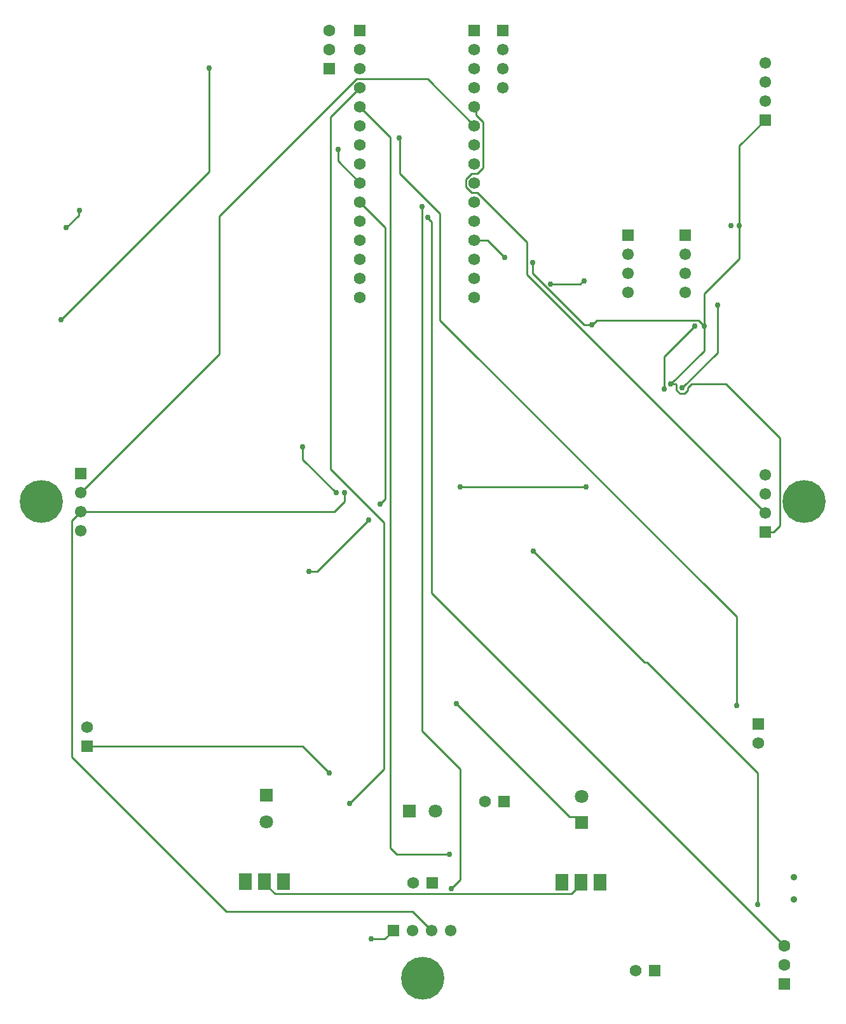
<source format=gbr>
G04*
G04 #@! TF.GenerationSoftware,Altium Limited,Altium Designer,22.4.2 (48)*
G04*
G04 Layer_Physical_Order=2*
G04 Layer_Color=16711680*
%FSLAX24Y24*%
%MOIN*%
G70*
G04*
G04 #@! TF.SameCoordinates,ADE9840D-4DCF-43C8-90FB-517E77D495FD*
G04*
G04*
G04 #@! TF.FilePolarity,Positive*
G04*
G01*
G75*
%ADD11C,0.0100*%
%ADD49C,0.0618*%
%ADD50R,0.0618X0.0618*%
%ADD53R,0.0618X0.0618*%
%ADD54C,0.0354*%
%ADD60R,0.0701X0.0902*%
%ADD63C,0.0709*%
%ADD64R,0.0709X0.0709*%
%ADD65R,0.0610X0.0610*%
%ADD66C,0.0610*%
%ADD67R,0.0610X0.0610*%
%ADD68C,0.2250*%
%ADD69R,0.0709X0.0709*%
%ADD70R,0.0630X0.0630*%
%ADD71C,0.0630*%
%ADD72C,0.0300*%
D11*
X43271Y41120D02*
G03*
X43270Y41121I-71J-70D01*
G01*
X35800Y32400D02*
X41632Y26568D01*
X41756D01*
X47550Y20774D01*
X25350Y34450D02*
X25900Y35000D01*
Y35450D01*
X24003Y31338D02*
X24453D01*
X27153Y34038D01*
X28030Y35130D02*
Y49370D01*
X27750Y34850D02*
X28030Y35130D01*
X28633Y16500D02*
X31400D01*
X28300Y16833D02*
X28633Y16500D01*
X28300Y16833D02*
Y54100D01*
X26700Y55700D02*
X28300Y54100D01*
X28800Y52198D02*
X30900Y50098D01*
X28762Y54062D02*
X28800Y54024D01*
Y52198D02*
Y54024D01*
X29950Y22950D02*
X31950Y20950D01*
X46450Y24300D02*
Y28952D01*
X30900Y44502D02*
Y50098D01*
X29950Y22950D02*
Y50450D01*
X30900Y44502D02*
X46450Y28952D01*
X31950Y15150D02*
Y20950D01*
X30450Y30200D02*
Y49676D01*
Y30200D02*
X48950Y11700D01*
X30250Y49876D02*
X30450Y49676D01*
X30250Y49876D02*
Y49900D01*
X26150Y19150D02*
X27950Y20950D01*
Y21600D01*
X27950Y33891D01*
X12400Y22150D02*
X23700D01*
X25100Y20750D01*
X26700Y50700D02*
X28030Y49370D01*
X31500Y14700D02*
X31950Y15150D01*
X27300Y12050D02*
X28000D01*
X28450Y12500D01*
X29450Y13500D02*
X30450Y12500D01*
X11595Y21605D02*
X19700Y13500D01*
X29450D01*
X38396Y46550D02*
X38450D01*
X36700Y46400D02*
X38246D01*
X38396Y46550D01*
X33400Y48700D02*
X34300Y47800D01*
X32700Y48700D02*
X33400D01*
X31966Y35758D02*
X38542D01*
X31958Y35767D02*
X31966Y35758D01*
X38542D02*
X38550Y35750D01*
X35740Y46960D02*
Y47532D01*
Y46960D02*
X38450Y44250D01*
X38850D01*
X38884D01*
X39116Y44482D02*
X44440D01*
X38884Y44250D02*
X39116Y44482D01*
X44440D02*
X44740Y44182D01*
X42650Y40900D02*
Y42592D01*
X44240Y44182D01*
X11028Y44542D02*
X18778Y52292D01*
Y57742D01*
X11300Y49350D02*
X11962Y50012D01*
Y50212D01*
X12000Y50250D01*
X23700Y37200D02*
Y37850D01*
Y37200D02*
X25450Y35450D01*
X25150Y36691D02*
X27950Y33891D01*
X25150Y36691D02*
Y55150D01*
X12050Y34450D02*
X25350D01*
X31750Y24400D02*
X37685Y18465D01*
X38006D02*
X38311Y18161D01*
X37685Y18465D02*
X38006D01*
X25550Y52850D02*
Y53450D01*
Y52850D02*
X26700Y51700D01*
X25150Y55150D02*
X26700Y56700D01*
X47550Y13850D02*
Y20774D01*
X30241Y57159D02*
X32700Y54700D01*
X26510Y57159D02*
X30241D01*
X19329Y49978D02*
X26510Y57159D01*
X19329Y42729D02*
Y49978D01*
X12050Y35450D02*
X19329Y42729D01*
X35440Y46910D02*
Y48609D01*
X32551Y51200D02*
X32849D01*
X35440Y48609D01*
X32241Y51510D02*
X32551Y51200D01*
X11595Y21605D02*
Y33995D01*
X12050Y34450D01*
X35440Y46910D02*
X47950Y34400D01*
X48725Y33725D02*
Y38325D01*
X45900Y41150D02*
X48725Y38325D01*
X48400Y33400D02*
X48725Y33725D01*
X47950Y33400D02*
X48400D01*
X32551Y52200D02*
X32849D01*
X32241Y51510D02*
Y51890D01*
X33159Y52510D02*
Y54890D01*
X32799Y55250D02*
X33159Y54890D01*
X32241Y51890D02*
X32551Y52200D01*
X32799Y55250D02*
Y55601D01*
X32700Y55700D02*
X32799Y55601D01*
X32849Y52200D02*
X33159Y52510D01*
X44083Y41150D02*
X45900D01*
X43900Y40967D02*
X44083Y41150D01*
X43300Y40826D02*
X43476Y40650D01*
X43241Y41150D02*
X43270Y41121D01*
X43900Y40826D02*
Y40967D01*
X43724Y40650D02*
X43900Y40826D01*
X43476Y40650D02*
X43724D01*
X43271Y41120D02*
X43300Y41091D01*
Y40826D02*
Y41091D01*
X43600Y40950D02*
X45450Y42800D01*
X43000Y41150D02*
X43241D01*
X38300Y14923D02*
Y15024D01*
X37800Y14423D02*
X38300Y14923D01*
X22250Y14423D02*
X37800D01*
X21700Y14973D02*
X22250Y14423D01*
X21700Y14973D02*
Y15074D01*
X46600Y53650D02*
X47950Y55000D01*
X46600Y49450D02*
Y53650D01*
X44740Y44182D02*
Y45886D01*
X46600Y47746D01*
Y49450D01*
X45450Y42800D02*
Y45300D01*
X44740Y42890D02*
Y44182D01*
X43000Y41150D02*
X44740Y42890D01*
D49*
X33250Y19250D02*
D03*
X26700Y45700D02*
D03*
Y46700D02*
D03*
Y47700D02*
D03*
Y48700D02*
D03*
Y49700D02*
D03*
Y50700D02*
D03*
Y51700D02*
D03*
Y52700D02*
D03*
Y53700D02*
D03*
Y54700D02*
D03*
Y55700D02*
D03*
Y56700D02*
D03*
Y57700D02*
D03*
Y58700D02*
D03*
X32700Y45700D02*
D03*
Y46700D02*
D03*
Y47700D02*
D03*
Y48700D02*
D03*
Y49700D02*
D03*
Y50700D02*
D03*
Y51700D02*
D03*
Y52700D02*
D03*
Y53700D02*
D03*
Y54700D02*
D03*
Y55700D02*
D03*
Y56700D02*
D03*
Y57700D02*
D03*
Y58700D02*
D03*
X29500Y15000D02*
D03*
X47595Y22330D02*
D03*
X41150Y10400D02*
D03*
X12400Y23150D02*
D03*
D50*
X34250Y19250D02*
D03*
X30500Y15000D02*
D03*
X42150Y10400D02*
D03*
D53*
X26700Y59700D02*
D03*
X32700D02*
D03*
X47595Y23330D02*
D03*
X12400Y22150D02*
D03*
D54*
X49450Y15300D02*
D03*
Y14119D02*
D03*
D60*
X20700Y15074D02*
D03*
X21700D02*
D03*
X22700D02*
D03*
X37300Y15024D02*
D03*
X38300D02*
D03*
X39300D02*
D03*
D63*
X30650Y18750D02*
D03*
X38311Y19539D02*
D03*
X21789Y18211D02*
D03*
D64*
X29272Y18750D02*
D03*
D65*
X47950Y55000D02*
D03*
X43750Y48950D02*
D03*
X40750D02*
D03*
X34200Y59700D02*
D03*
X12050Y36450D02*
D03*
X47950Y33400D02*
D03*
D66*
Y56000D02*
D03*
Y57000D02*
D03*
Y58000D02*
D03*
X29450Y12500D02*
D03*
X30450D02*
D03*
X31450D02*
D03*
X43750Y47950D02*
D03*
Y46950D02*
D03*
Y45950D02*
D03*
X40750Y47950D02*
D03*
Y46950D02*
D03*
Y45950D02*
D03*
X34200Y58700D02*
D03*
Y57700D02*
D03*
Y56700D02*
D03*
X12050Y35450D02*
D03*
Y34450D02*
D03*
Y33450D02*
D03*
X47950Y34400D02*
D03*
Y35400D02*
D03*
Y36400D02*
D03*
D67*
X28450Y12500D02*
D03*
D68*
X10000Y35000D02*
D03*
X50000D02*
D03*
X30000Y10000D02*
D03*
D69*
X38311Y18161D02*
D03*
X21789Y19589D02*
D03*
D70*
X48950Y9700D02*
D03*
X25100Y57700D02*
D03*
D71*
X48950Y10700D02*
D03*
Y11700D02*
D03*
X25100Y58700D02*
D03*
Y59700D02*
D03*
D72*
X35800Y32400D02*
D03*
X25900Y35450D02*
D03*
X24003Y31338D02*
D03*
X27153Y34038D02*
D03*
X27750Y34850D02*
D03*
X31400Y16500D02*
D03*
X30250Y49900D02*
D03*
X29950Y50450D02*
D03*
X26150Y19150D02*
D03*
X25100Y20750D02*
D03*
X31500Y14700D02*
D03*
X27300Y12050D02*
D03*
X34300Y47800D02*
D03*
X36700Y46400D02*
D03*
X38550Y35750D02*
D03*
X38450Y46550D02*
D03*
X18778Y57742D02*
D03*
X11028Y44542D02*
D03*
X12000Y50250D02*
D03*
X11300Y49350D02*
D03*
X25450Y35450D02*
D03*
X31750Y24400D02*
D03*
X23700Y37850D02*
D03*
X25550Y53450D02*
D03*
X31958Y35767D02*
D03*
X47550Y13850D02*
D03*
X28762Y54062D02*
D03*
X46450Y24300D02*
D03*
X43600Y40950D02*
D03*
X44740Y44182D02*
D03*
X46150Y49450D02*
D03*
X46600D02*
D03*
X35740Y47532D02*
D03*
X44240Y44182D02*
D03*
X38850Y44250D02*
D03*
X43000Y41150D02*
D03*
X45450Y45300D02*
D03*
X42650Y40900D02*
D03*
M02*

</source>
